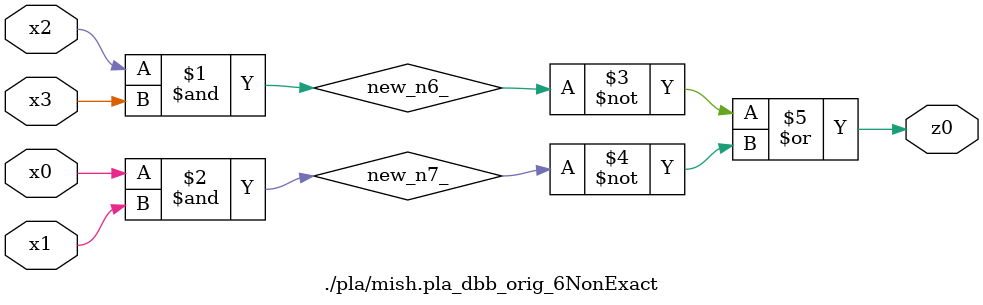
<source format=v>

module \./pla/mish.pla_dbb_orig_6NonExact  ( 
    x0, x1, x2, x3,
    z0  );
  input  x0, x1, x2, x3;
  output z0;
  wire new_n6_, new_n7_;
  assign new_n6_ = x2 & x3;
  assign new_n7_ = x0 & x1;
  assign z0 = ~new_n6_ | ~new_n7_;
endmodule



</source>
